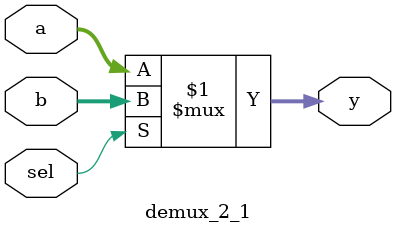
<source format=v>
module demux_2_1 (
    input wire [7:0] a, b,
    input wire sel,
    output wire [7:0] y
);

assign y = sel?b:a;
    
endmodule
</source>
